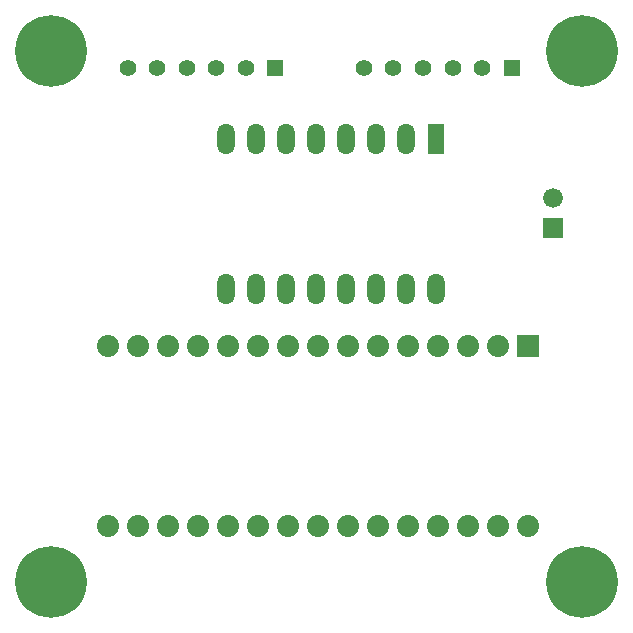
<source format=gts>
G04*
G04 #@! TF.GenerationSoftware,Altium Limited,Altium Designer,22.11.1 (43)*
G04*
G04 Layer_Color=8388736*
%FSLAX25Y25*%
%MOIN*%
G70*
G04*
G04 #@! TF.SameCoordinates,3EAF4D91-0D8D-45E1-A7EC-BFDBC9DB4610*
G04*
G04*
G04 #@! TF.FilePolarity,Negative*
G04*
G01*
G75*
%ADD14C,0.23921*%
%ADD15R,0.07386X0.07386*%
%ADD16C,0.07386*%
%ADD17R,0.05512X0.05512*%
%ADD18C,0.05512*%
%ADD19R,0.06598X0.06598*%
%ADD20C,0.06598*%
%ADD21R,0.05799X0.10299*%
%ADD22O,0.05799X0.10299*%
D14*
X177165Y0D02*
D03*
X0D02*
D03*
Y-177165D02*
D03*
X177165D02*
D03*
D15*
X159055Y-98425D02*
D03*
D16*
X149055D02*
D03*
X139055D02*
D03*
X129055D02*
D03*
X119055D02*
D03*
X109055D02*
D03*
X99055D02*
D03*
X89055D02*
D03*
X79055D02*
D03*
X69055D02*
D03*
X59055D02*
D03*
X49055D02*
D03*
X39055D02*
D03*
X29055D02*
D03*
X19055D02*
D03*
Y-158425D02*
D03*
X29055D02*
D03*
X39055D02*
D03*
X49055D02*
D03*
X59055D02*
D03*
X69055D02*
D03*
X79055D02*
D03*
X89055D02*
D03*
X99055D02*
D03*
X109055D02*
D03*
X119055D02*
D03*
X129055D02*
D03*
X139055D02*
D03*
X149055D02*
D03*
X159055D02*
D03*
D17*
X74803Y-5807D02*
D03*
X153543D02*
D03*
D18*
X64961D02*
D03*
X55118D02*
D03*
X45276D02*
D03*
X35433D02*
D03*
X25591D02*
D03*
X143701D02*
D03*
X133858D02*
D03*
X124016D02*
D03*
X114173D02*
D03*
X104331D02*
D03*
D19*
X167323Y-59055D02*
D03*
D20*
Y-49055D02*
D03*
D21*
X128425Y-29528D02*
D03*
D22*
X118425D02*
D03*
X108425D02*
D03*
X98425D02*
D03*
X88425D02*
D03*
X78425D02*
D03*
X68425D02*
D03*
X58425D02*
D03*
X128425Y-79528D02*
D03*
X118425D02*
D03*
X108425D02*
D03*
X98425D02*
D03*
X88425D02*
D03*
X78425D02*
D03*
X68425D02*
D03*
X58425D02*
D03*
M02*

</source>
